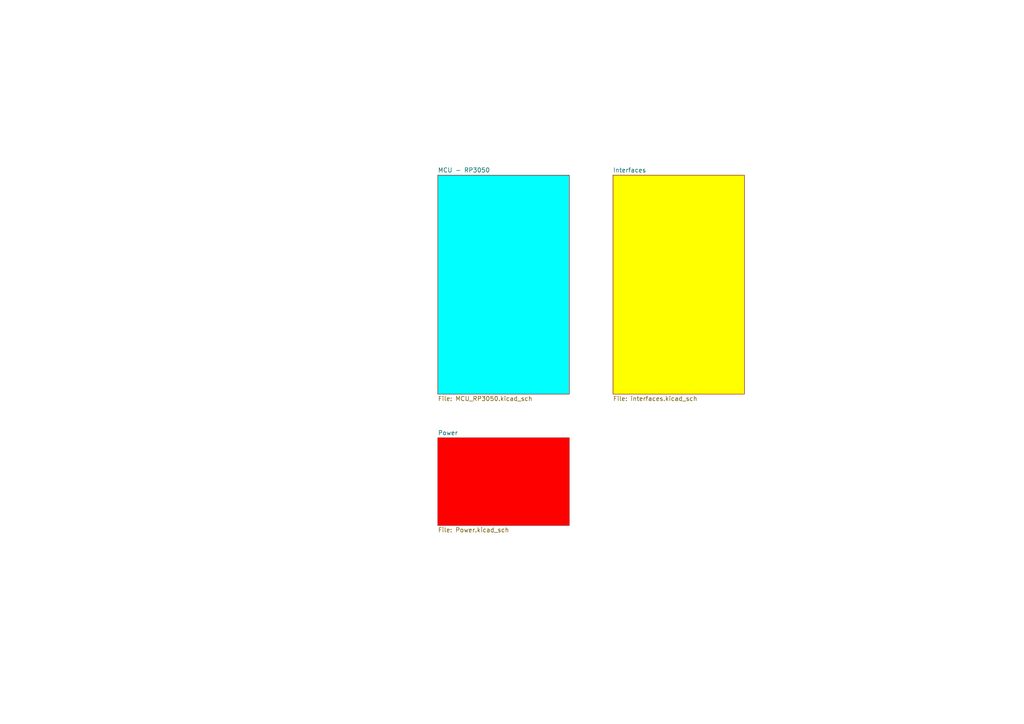
<source format=kicad_sch>
(kicad_sch
	(version 20231120)
	(generator "eeschema")
	(generator_version "8.0")
	(uuid "5f425c15-b740-4382-af87-b649ef948b09")
	(paper "A4")
	(lib_symbols)
	(sheet
		(at 127 50.8)
		(size 38.1 63.5)
		(fields_autoplaced yes)
		(stroke
			(width 0.1524)
			(type solid)
		)
		(fill
			(color 0 255 255 1.0000)
		)
		(uuid "05bbdf8c-4a1a-4b4a-95ed-a22f46bc2578")
		(property "Sheetname" "MCU - RP3050"
			(at 127 50.0884 0)
			(effects
				(font
					(size 1.27 1.27)
				)
				(justify left bottom)
			)
		)
		(property "Sheetfile" "MCU_RP3050.kicad_sch"
			(at 127 114.8846 0)
			(effects
				(font
					(size 1.27 1.27)
				)
				(justify left top)
			)
		)
		(instances
			(project "byte-thief-basic"
				(path "/5f425c15-b740-4382-af87-b649ef948b09"
					(page "2")
				)
			)
		)
	)
	(sheet
		(at 127 127)
		(size 38.1 25.4)
		(fields_autoplaced yes)
		(stroke
			(width 0.1524)
			(type solid)
		)
		(fill
			(color 255 0 0 1.0000)
		)
		(uuid "1f077d4b-0083-4ee7-b80f-001845a175fc")
		(property "Sheetname" "Power"
			(at 127 126.2884 0)
			(effects
				(font
					(size 1.27 1.27)
				)
				(justify left bottom)
			)
		)
		(property "Sheetfile" "Power.kicad_sch"
			(at 127 152.9846 0)
			(effects
				(font
					(size 1.27 1.27)
				)
				(justify left top)
			)
		)
		(instances
			(project "byte-thief-basic"
				(path "/5f425c15-b740-4382-af87-b649ef948b09"
					(page "3")
				)
			)
		)
	)
	(sheet
		(at 177.8 50.8)
		(size 38.1 63.5)
		(fields_autoplaced yes)
		(stroke
			(width 0.1524)
			(type solid)
		)
		(fill
			(color 255 255 0 1.0000)
		)
		(uuid "3abe641c-4ae9-42c1-8cfe-b55b62940d06")
		(property "Sheetname" "Interfaces"
			(at 177.8 50.0884 0)
			(effects
				(font
					(size 1.27 1.27)
				)
				(justify left bottom)
			)
		)
		(property "Sheetfile" "interfaces.kicad_sch"
			(at 177.8 114.8846 0)
			(effects
				(font
					(size 1.27 1.27)
				)
				(justify left top)
			)
		)
		(instances
			(project "byte-thief-basic"
				(path "/5f425c15-b740-4382-af87-b649ef948b09"
					(page "4")
				)
			)
		)
	)
	(sheet_instances
		(path "/"
			(page "1")
		)
	)
)

</source>
